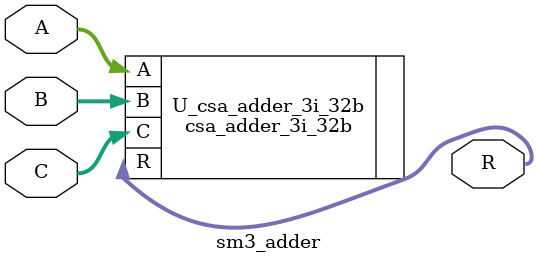
<source format=v>
`timescale 1ns / 1ps


module sm3_adder(
    input   [31:0]      A,
    input   [31:0]      B,
    input   [31:0]      C,
    output  [31:0]      R   
    );

    `define  SM3_CMPRSS_CSA_ADD

    `ifdef SM3_CMPRSS_CSA_ADD
        //使用CSA加法器
        csa_adder_3i_32b U_csa_adder_3i_32b(
            .A(A),
            .B(B),
            .C(C),
            .R(R)  
        );
    `else
        //使用两级加法器
        wire [31:0]     tmp;
        adder_32b U_adder_0(
            .A(A),
            .B(B),
            .R(tmp) 
        );
        adder_32b U_adder_1(
            .A(tmp),
            .B(C),
            .R(R) 
        );

    `endif
    
endmodule

</source>
